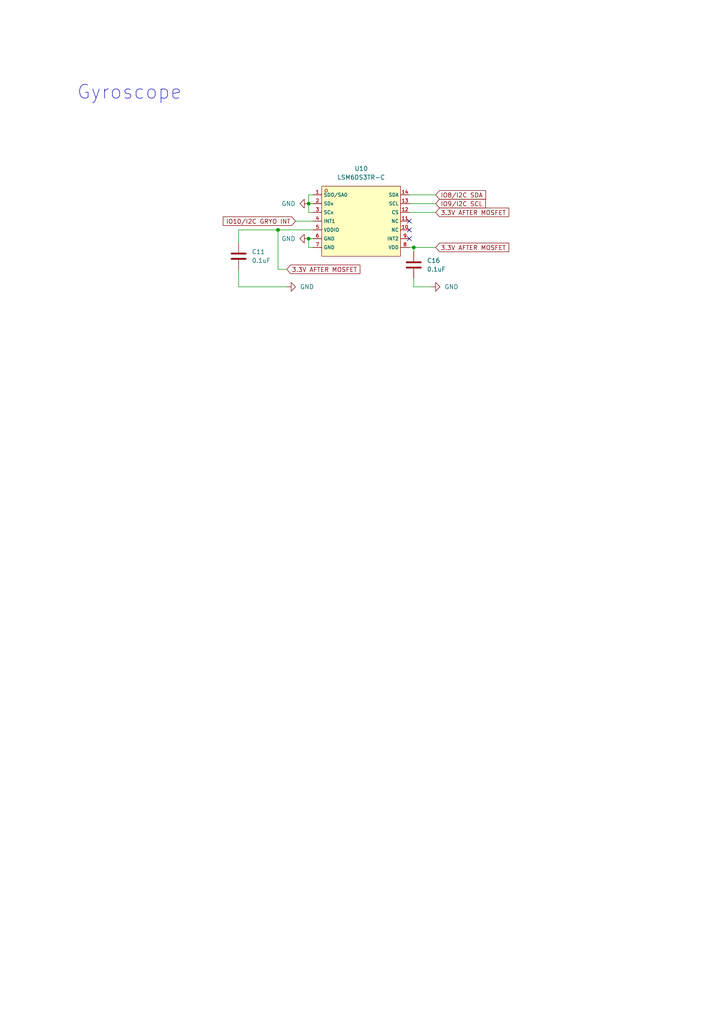
<source format=kicad_sch>
(kicad_sch (version 20230121) (generator eeschema)
  (paper "A4" portrait)
  (lib_symbols
    (symbol "Device:C" (pin_numbers hide) (pin_names (offset 0.254))
      (property "Reference" "C" (at 0.635 2.54 0))
      (property "Value" "C" (at 0.635 -2.54 0))
      (symbol "C_0_1"
        (polyline (pts (xy -2.032 -0.762) (xy 2.032 -0.762)) (stroke (width 0.508)))
        (polyline (pts (xy -2.032 0.762) (xy 2.032 0.762)) (stroke (width 0.508)))
      )
      (symbol "C_1_1"
        (pin passive line (at 0 3.81 270) (length 2.794) (name "~") (number "1"))
        (pin passive line (at 0 -3.81 90) (length 2.794) (name "~") (number "2"))
      )
    )
    (symbol "MyParts:LSM6DS3TR-C"
      (property "Reference" "U" (at 0 1.27 0))
      (property "Value" "LSM6DS3TR-C" (at 0 -2.54 0))
      (symbol "LSM6DS3TR-C_0_0"
        (rectangle (start -11.43 -2.54) (end 11.43 -22.86) (fill (type background)))
        (circle (center -10.16 -3.81) (radius 0.381) (fill (type background)))
        (pin unspecified line (at -13.97 -5.08 0) (length 2.54) (name "SDO/SA0") (number "1"))
        (pin unspecified line (at 13.97 -15.24 180) (length 2.54) (name "NC") (number "10"))
        (pin unspecified line (at 13.97 -12.7 180) (length 2.54) (name "NC") (number "11"))
        (pin unspecified line (at 13.97 -10.16 180) (length 2.54) (name "CS") (number "12"))
        (pin unspecified line (at 13.97 -7.62 180) (length 2.54) (name "SCL") (number "13"))
        (pin unspecified line (at 13.97 -5.08 180) (length 2.54) (name "SDA") (number "14"))
        (pin unspecified line (at -13.97 -7.62 0) (length 2.54) (name "SDx") (number "2"))
        (pin unspecified line (at -13.97 -10.16 0) (length 2.54) (name "SCx") (number "3"))
        (pin unspecified line (at -13.97 -12.7 0) (length 2.54) (name "INT1") (number "4"))
        (pin unspecified line (at -13.97 -15.24 0) (length 2.54) (name "VDDIO") (number "5"))
        (pin unspecified line (at -13.97 -17.78 0) (length 2.54) (name "GND") (number "6"))
        (pin unspecified line (at -13.97 -20.32 0) (length 2.54) (name "GND") (number "7"))
        (pin unspecified line (at 13.97 -20.32 180) (length 2.54) (name "VDD") (number "8"))
        (pin unspecified line (at 13.97 -17.78 180) (length 2.54) (name "INT2") (number "9"))
      )
    )
    (symbol "power:GND" (power) (pin_names (offset 0))
      (property "Value" "GND" (at 0 -3.81 0))
      (symbol "GND_0_1"
        (polyline (pts (xy 0 0) (xy 0 -1.27) (xy 1.27 -1.27) (xy 0 -2.54) (xy -1.27 -1.27) (xy 0 -1.27)))
      )
      (symbol "GND_1_1"
        (pin power_in line (at 0 0 270) (length 0) hide (name "GND") (number "1"))
      )
    )
  )
  (junction (at 89.535 59.055))
  (junction (at 80.645 66.675))
  (junction (at 89.535 69.215))
  (junction (at 120.015 71.755))
  (no_connect (at 118.745 66.675))
  (no_connect (at 118.745 64.135))
  (no_connect (at 118.745 69.215))
  (wire (pts (xy 80.645 66.675) (xy 90.805 66.675)))
  (wire (pts (xy 85.725 64.135) (xy 90.805 64.135)))
  (wire (pts (xy 120.015 83.185) (xy 120.015 80.645)))
  (wire (pts (xy 120.015 73.025) (xy 120.015 71.755)))
  (wire (pts (xy 83.185 83.185) (xy 69.215 83.185)))
  (wire (pts (xy 89.535 69.215) (xy 90.805 69.215)))
  (wire (pts (xy 120.015 71.755) (xy 126.365 71.755)))
  (wire (pts (xy 90.805 71.755) (xy 89.535 71.755)))
  (wire (pts (xy 118.745 56.515) (xy 126.365 56.515)))
  (wire (pts (xy 125.095 83.185) (xy 120.015 83.185)))
  (wire (pts (xy 89.535 71.755) (xy 89.535 69.215)))
  (wire (pts (xy 80.645 78.105) (xy 80.645 66.675)))
  (wire (pts (xy 69.215 66.675) (xy 69.215 70.485)))
  (wire (pts (xy 90.805 61.595) (xy 89.535 61.595)))
  (wire (pts (xy 83.185 78.105) (xy 80.645 78.105)))
  (wire (pts (xy 118.745 59.055) (xy 126.365 59.055)))
  (wire (pts (xy 89.535 59.055) (xy 90.805 59.055)))
  (wire (pts (xy 80.645 66.675) (xy 69.215 66.675)))
  (wire (pts (xy 120.015 71.755) (xy 118.745 71.755)))
  (wire (pts (xy 69.215 83.185) (xy 69.215 78.105)))
  (wire (pts (xy 90.805 56.515) (xy 89.535 56.515)))
  (wire (pts (xy 118.745 61.595) (xy 126.365 61.595)))
  (wire (pts (xy 89.535 61.595) (xy 89.535 59.055)))
  (wire (pts (xy 89.535 56.515) (xy 89.535 59.055)))
  (text "Gyroscope" (at 22.225 29.21 0) (effects (font (size 4 4)) (justify left bottom)))
  (global_label "IO10{slash}I2C GRYO INT" (shape input) (at 85.725 64.135 180) (property "Intersheetrefs" "${INTERSHEET_REFS}" (effects hide)))
  (global_label "IO8{slash}I2C SDA" (shape input) (at 126.365 56.515 0) (property "Intersheetrefs" "${INTERSHEET_REFS}" (effects hide)))
  (global_label "3.3V AFTER MOSFET" (shape input) (at 83.185 78.105 0) (property "Intersheetrefs" "${INTERSHEET_REFS}" (effects hide)))
  (global_label "3.3V AFTER MOSFET" (shape input) (at 126.365 71.755 0) (property "Intersheetrefs" "${INTERSHEET_REFS}" (effects hide)))
  (global_label "IO9{slash}I2C SCL" (shape input) (at 126.365 59.055 0) (property "Intersheetrefs" "${INTERSHEET_REFS}" (effects hide)))
  (global_label "3.3V AFTER MOSFET" (shape input) (at 126.365 61.595 0) (property "Intersheetrefs" "${INTERSHEET_REFS}" (effects hide)))
  (symbol (lib_id "Device:C") (at 69.215 74.295 0) (unit 1)
    (property "Reference" "C11" (at 73.025 73.0249 0) (effects (justify left)))
    (property "Value" "0.1uF" (at 73.025 75.5649 0) (effects (justify left)))
    (property "Footprint" "Capacitor_SMD:C_0402_1005Metric" (effects hide))
    (property "LCSC #" "C1525" (effects hide))
  )
  (symbol (lib_id "power:GND") (at 83.185 83.185 90) (unit 1)
    (property "Reference" "#PWR0120" (effects hide))
    (property "Value" "GND" (at 86.995 83.185 90) (effects (justify right)))
  )
  (symbol (lib_id "MyParts:LSM6DS3TR-C") (at 104.775 51.435 0) (unit 1)
    (property "Reference" "U10" (at 104.775 48.895 0))
    (property "Value" "LSM6DS3TR-C" (at 104.775 51.435 0))
    (property "Footprint" "footprint:LGA-14_L3.0-W2.5-P0.50-TL" (effects hide))
    (property "Datasheet" "https://lcsc.com/product-detail/Sensors_Bosch_BMG250_BMG250_C189521.html" (effects hide))
    (property "LCSC" "C967633" (effects hide))
  )
  (symbol (lib_id "power:GND") (at 89.535 69.215 270) (unit 1)
    (property "Reference" "#PWR0103" (effects hide))
    (property "Value" "GND" (at 85.725 69.215 90) (effects (justify right)))
  )
  (symbol (lib_id "Device:C") (at 120.015 76.835 0) (unit 1)
    (property "Reference" "C16" (at 123.825 75.5649 0) (effects (justify left)))
    (property "Value" "0.1uF" (at 123.825 78.1049 0) (effects (justify left)))
    (property "Footprint" "Capacitor_SMD:C_0402_1005Metric" (effects hide))
    (property "LCSC #" "C1525" (effects hide))
  )
  (symbol (lib_id "power:GND") (at 125.095 83.185 90) (unit 1)
    (property "Reference" "#PWR0101" (effects hide))
    (property "Value" "GND" (at 128.905 83.185 90) (effects (justify right)))
  )
  (symbol (lib_id "power:GND") (at 89.535 59.055 270) (unit 1)
    (property "Reference" "#PWR0119" (effects hide))
    (property "Value" "GND" (at 85.725 59.055 90) (effects (justify right)))
  )
)
</source>
